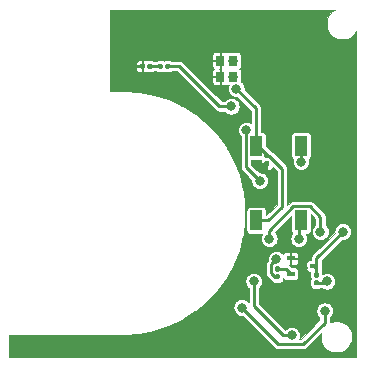
<source format=gbr>
G04 #@! TF.GenerationSoftware,KiCad,Pcbnew,(5.1.6)-1*
G04 #@! TF.CreationDate,2021-05-09T15:01:23+05:30*
G04 #@! TF.ProjectId,ProTag,50726f54-6167-42e6-9b69-6361645f7063,1*
G04 #@! TF.SameCoordinates,Original*
G04 #@! TF.FileFunction,Copper,L2,Bot*
G04 #@! TF.FilePolarity,Positive*
%FSLAX45Y45*%
G04 Gerber Fmt 4.5, Leading zero omitted, Abs format (unit mm)*
G04 Created by KiCad (PCBNEW (5.1.6)-1) date 2021-05-09 15:01:23*
%MOMM*%
%LPD*%
G01*
G04 APERTURE LIST*
G04 #@! TA.AperFunction,SMDPad,CuDef*
%ADD10R,0.700000X0.450000*%
G04 #@! TD*
G04 #@! TA.AperFunction,SMDPad,CuDef*
%ADD11R,1.000000X1.700000*%
G04 #@! TD*
G04 #@! TA.AperFunction,SMDPad,CuDef*
%ADD12R,0.750000X0.850000*%
G04 #@! TD*
G04 #@! TA.AperFunction,ViaPad*
%ADD13C,0.800000*%
G04 #@! TD*
G04 #@! TA.AperFunction,Conductor*
%ADD14C,0.250000*%
G04 #@! TD*
G04 #@! TA.AperFunction,Conductor*
%ADD15C,0.125000*%
G04 #@! TD*
G04 APERTURE END LIST*
G04 #@! TO.P,D2,1*
G04 #@! TO.N,GND*
G04 #@! TA.AperFunction,SMDPad,CuDef*
G36*
G01*
X17635000Y-11070000D02*
X17635000Y-11050000D01*
G75*
G02*
X17645000Y-11040000I10000J0D01*
G01*
X17671000Y-11040000D01*
G75*
G02*
X17681000Y-11050000I0J-10000D01*
G01*
X17681000Y-11070000D01*
G75*
G02*
X17671000Y-11080000I-10000J0D01*
G01*
X17645000Y-11080000D01*
G75*
G02*
X17635000Y-11070000I0J10000D01*
G01*
G37*
G04 #@! TD.AperFunction*
G04 #@! TO.P,D2,2*
G04 #@! TO.N,Net-(D2-Pad2)*
G04 #@! TA.AperFunction,SMDPad,CuDef*
G36*
G01*
X17699000Y-11070000D02*
X17699000Y-11050000D01*
G75*
G02*
X17709000Y-11040000I10000J0D01*
G01*
X17735000Y-11040000D01*
G75*
G02*
X17745000Y-11050000I0J-10000D01*
G01*
X17745000Y-11070000D01*
G75*
G02*
X17735000Y-11080000I-10000J0D01*
G01*
X17709000Y-11080000D01*
G75*
G02*
X17699000Y-11070000I0J10000D01*
G01*
G37*
G04 #@! TD.AperFunction*
G04 #@! TD*
D10*
G04 #@! TO.P,Q1,1*
G04 #@! TO.N,Net-(Q1-Pad1)*
X18912500Y-12817500D03*
G04 #@! TO.P,Q1,2*
G04 #@! TO.N,GND*
X18912500Y-12687500D03*
G04 #@! TO.P,Q1,3*
G04 #@! TO.N,ON_OFF*
X19112500Y-12752500D03*
G04 #@! TD*
G04 #@! TO.P,R2,1*
G04 #@! TO.N,BUTTON_1*
G04 #@! TA.AperFunction,SMDPad,CuDef*
G36*
G01*
X18700000Y-11795000D02*
X18720000Y-11795000D01*
G75*
G02*
X18730000Y-11805000I0J-10000D01*
G01*
X18730000Y-11831000D01*
G75*
G02*
X18720000Y-11841000I-10000J0D01*
G01*
X18700000Y-11841000D01*
G75*
G02*
X18690000Y-11831000I0J10000D01*
G01*
X18690000Y-11805000D01*
G75*
G02*
X18700000Y-11795000I10000J0D01*
G01*
G37*
G04 #@! TD.AperFunction*
G04 #@! TO.P,R2,2*
G04 #@! TO.N,GND*
G04 #@! TA.AperFunction,SMDPad,CuDef*
G36*
G01*
X18700000Y-11859000D02*
X18720000Y-11859000D01*
G75*
G02*
X18730000Y-11869000I0J-10000D01*
G01*
X18730000Y-11895000D01*
G75*
G02*
X18720000Y-11905000I-10000J0D01*
G01*
X18700000Y-11905000D01*
G75*
G02*
X18690000Y-11895000I0J10000D01*
G01*
X18690000Y-11869000D01*
G75*
G02*
X18700000Y-11859000I10000J0D01*
G01*
G37*
G04 #@! TD.AperFunction*
G04 #@! TD*
G04 #@! TO.P,R7,2*
G04 #@! TO.N,Net-(D2-Pad2)*
G04 #@! TA.AperFunction,SMDPad,CuDef*
G36*
G01*
X17831000Y-11050000D02*
X17831000Y-11070000D01*
G75*
G02*
X17821000Y-11080000I-10000J0D01*
G01*
X17795000Y-11080000D01*
G75*
G02*
X17785000Y-11070000I0J10000D01*
G01*
X17785000Y-11050000D01*
G75*
G02*
X17795000Y-11040000I10000J0D01*
G01*
X17821000Y-11040000D01*
G75*
G02*
X17831000Y-11050000I0J-10000D01*
G01*
G37*
G04 #@! TD.AperFunction*
G04 #@! TO.P,R7,1*
G04 #@! TO.N,LED_1*
G04 #@! TA.AperFunction,SMDPad,CuDef*
G36*
G01*
X17895000Y-11050000D02*
X17895000Y-11070000D01*
G75*
G02*
X17885000Y-11080000I-10000J0D01*
G01*
X17859000Y-11080000D01*
G75*
G02*
X17849000Y-11070000I0J10000D01*
G01*
X17849000Y-11050000D01*
G75*
G02*
X17859000Y-11040000I10000J0D01*
G01*
X17885000Y-11040000D01*
G75*
G02*
X17895000Y-11050000I0J-10000D01*
G01*
G37*
G04 #@! TD.AperFunction*
G04 #@! TD*
G04 #@! TO.P,R8,2*
G04 #@! TO.N,ON_OFF*
G04 #@! TA.AperFunction,SMDPad,CuDef*
G36*
G01*
X19140000Y-12851000D02*
X19120000Y-12851000D01*
G75*
G02*
X19110000Y-12841000I0J10000D01*
G01*
X19110000Y-12815000D01*
G75*
G02*
X19120000Y-12805000I10000J0D01*
G01*
X19140000Y-12805000D01*
G75*
G02*
X19150000Y-12815000I0J-10000D01*
G01*
X19150000Y-12841000D01*
G75*
G02*
X19140000Y-12851000I-10000J0D01*
G01*
G37*
G04 #@! TD.AperFunction*
G04 #@! TO.P,R8,1*
G04 #@! TO.N,VDD*
G04 #@! TA.AperFunction,SMDPad,CuDef*
G36*
G01*
X19140000Y-12915000D02*
X19120000Y-12915000D01*
G75*
G02*
X19110000Y-12905000I0J10000D01*
G01*
X19110000Y-12879000D01*
G75*
G02*
X19120000Y-12869000I10000J0D01*
G01*
X19140000Y-12869000D01*
G75*
G02*
X19150000Y-12879000I0J-10000D01*
G01*
X19150000Y-12905000D01*
G75*
G02*
X19140000Y-12915000I-10000J0D01*
G01*
G37*
G04 #@! TD.AperFunction*
G04 #@! TD*
G04 #@! TO.P,R9,1*
G04 #@! TO.N,NPN_CNTL*
G04 #@! TA.AperFunction,SMDPad,CuDef*
G36*
G01*
X18810000Y-12865000D02*
X18790000Y-12865000D01*
G75*
G02*
X18780000Y-12855000I0J10000D01*
G01*
X18780000Y-12829000D01*
G75*
G02*
X18790000Y-12819000I10000J0D01*
G01*
X18810000Y-12819000D01*
G75*
G02*
X18820000Y-12829000I0J-10000D01*
G01*
X18820000Y-12855000D01*
G75*
G02*
X18810000Y-12865000I-10000J0D01*
G01*
G37*
G04 #@! TD.AperFunction*
G04 #@! TO.P,R9,2*
G04 #@! TO.N,Net-(Q1-Pad1)*
G04 #@! TA.AperFunction,SMDPad,CuDef*
G36*
G01*
X18810000Y-12801000D02*
X18790000Y-12801000D01*
G75*
G02*
X18780000Y-12791000I0J10000D01*
G01*
X18780000Y-12765000D01*
G75*
G02*
X18790000Y-12755000I10000J0D01*
G01*
X18810000Y-12755000D01*
G75*
G02*
X18820000Y-12765000I0J-10000D01*
G01*
X18820000Y-12791000D01*
G75*
G02*
X18810000Y-12801000I-10000J0D01*
G01*
G37*
G04 #@! TD.AperFunction*
G04 #@! TD*
D11*
G04 #@! TO.P,SW1,1*
G04 #@! TO.N,+3V3*
X19000000Y-12365000D03*
X19000000Y-11735000D03*
G04 #@! TO.P,SW1,2*
G04 #@! TO.N,BUTTON_1*
X18620000Y-12365000D03*
X18620000Y-11735000D03*
G04 #@! TD*
D12*
G04 #@! TO.P,Y2,1*
G04 #@! TO.N,XTAL_P*
X18422500Y-11012500D03*
G04 #@! TO.P,Y2,2*
G04 #@! TO.N,XTAL_N*
X18422500Y-11147500D03*
G04 #@! TO.P,Y2,3*
G04 #@! TO.N,GND*
X18317500Y-11147500D03*
G04 #@! TO.P,Y2,4*
X18317500Y-11012500D03*
G04 #@! TD*
D13*
G04 #@! TO.N,VDD*
X19220000Y-12880000D03*
X19165000Y-12460000D03*
X18730000Y-12520000D03*
G04 #@! TO.N,GND*
X19150000Y-11065000D03*
X19247501Y-11470000D03*
X19370000Y-11070000D03*
X18793980Y-13136493D03*
X19268500Y-12671500D03*
X18320000Y-10659999D03*
X19180000Y-12030000D03*
X19330000Y-12900000D03*
X19017500Y-12770000D03*
X18850000Y-11350000D03*
X19028438Y-12860563D03*
X18681212Y-11928680D03*
X18750000Y-10740000D03*
X19050000Y-10692500D03*
X18649517Y-12640131D03*
X18417208Y-13160321D03*
X19140000Y-11830000D03*
G04 #@! TO.N,+3V3*
X19000000Y-11870000D03*
X18980000Y-12520000D03*
X18499466Y-13103456D03*
X19200000Y-13130000D03*
X19000000Y-12365000D03*
G04 #@! TO.N,ON_OFF*
X19355000Y-12460000D03*
G04 #@! TO.N,SCL*
X18920000Y-13340000D03*
X18600000Y-12880001D03*
G04 #@! TO.N,SDA*
X18536831Y-11600000D03*
X18650000Y-12030000D03*
G04 #@! TO.N,NPN_CNTL*
X18791820Y-12694526D03*
G04 #@! TO.N,LED_1*
X18410000Y-11400000D03*
G04 #@! TO.N,BUTTON_1*
X18452532Y-11250000D03*
G04 #@! TO.N,XTAL_N*
X18422500Y-11147500D03*
G04 #@! TO.N,XTAL_P*
X18422500Y-11012500D03*
G04 #@! TD*
D14*
G04 #@! TO.N,VDD*
X19130000Y-12892000D02*
X19208000Y-12892000D01*
X19208000Y-12892000D02*
X19220000Y-12880000D01*
X19165000Y-12460000D02*
X19165000Y-12336500D01*
X19165000Y-12336500D02*
X19076000Y-12247500D01*
X18730000Y-12453431D02*
X18730000Y-12520000D01*
X19076000Y-12247500D02*
X18935932Y-12247500D01*
X18935932Y-12247500D02*
X18730000Y-12453431D01*
G04 #@! TO.N,GND*
X18710000Y-11882000D02*
X18710000Y-11899892D01*
X18710000Y-11899892D02*
X18681212Y-11928680D01*
G04 #@! TO.N,+3V3*
X19000000Y-11735000D02*
X19000000Y-11870000D01*
X18499466Y-13103456D02*
X18550000Y-13153990D01*
X18808511Y-13412500D02*
X19017500Y-13412500D01*
X18550000Y-13153990D02*
X18808511Y-13412500D01*
X19017500Y-13412500D02*
X19200000Y-13230000D01*
X19200000Y-13230000D02*
X19200000Y-13130000D01*
X19000000Y-12365000D02*
X19000000Y-12380000D01*
X18980000Y-12400000D02*
X18980000Y-12520000D01*
X19000000Y-12380000D02*
X18980000Y-12400000D01*
G04 #@! TO.N,ON_OFF*
X19130000Y-12770000D02*
X19112500Y-12752500D01*
X19130000Y-12828000D02*
X19130000Y-12770000D01*
X19130000Y-12828000D02*
X19130000Y-12685000D01*
X19130000Y-12685000D02*
X19355000Y-12460000D01*
G04 #@! TO.N,Net-(D2-Pad2)*
X17808000Y-11060000D02*
X17722000Y-11060000D01*
G04 #@! TO.N,SCL*
X18920000Y-13340000D02*
X18846003Y-13340000D01*
X18600000Y-13093997D02*
X18600000Y-12880001D01*
X18846003Y-13340000D02*
X18600000Y-13093997D01*
G04 #@! TO.N,SDA*
X18536831Y-11916831D02*
X18650000Y-12030000D01*
X18536831Y-11600000D02*
X18536831Y-11916831D01*
G04 #@! TO.N,NPN_CNTL*
X18747499Y-12738847D02*
X18791820Y-12694526D01*
X18780000Y-12842000D02*
X18747499Y-12809499D01*
X18747499Y-12809499D02*
X18747499Y-12738847D01*
X18800000Y-12842000D02*
X18780000Y-12842000D01*
G04 #@! TO.N,LED_1*
X17970000Y-11060000D02*
X17872000Y-11060000D01*
X18410000Y-11400000D02*
X18310000Y-11400000D01*
X18310000Y-11400000D02*
X17970000Y-11060000D01*
G04 #@! TO.N,BUTTON_1*
X18620000Y-11735000D02*
X18620000Y-11417468D01*
X18620000Y-11417468D02*
X18452532Y-11250000D01*
X18710000Y-11818000D02*
X18710000Y-11810000D01*
X18635000Y-11735000D02*
X18620000Y-11735000D01*
X18710000Y-11810000D02*
X18635000Y-11735000D01*
X18725000Y-12365000D02*
X18620000Y-12365000D01*
X18840000Y-12250000D02*
X18725000Y-12365000D01*
X18840000Y-11928894D02*
X18840000Y-12250000D01*
X18710000Y-11818000D02*
X18729106Y-11818000D01*
X18729106Y-11818000D02*
X18840000Y-11928894D01*
G04 #@! TO.N,Net-(Q1-Pad1)*
X18873000Y-12778000D02*
X18800000Y-12778000D01*
X18912500Y-12817500D02*
X18873000Y-12778000D01*
G04 #@! TD*
D15*
G04 #@! TO.N,GND*
G36*
X19286951Y-10582043D02*
G01*
X19265150Y-10596610D01*
X19246610Y-10615150D01*
X19232043Y-10636951D01*
X19222009Y-10661175D01*
X19216894Y-10686890D01*
X19216894Y-10713110D01*
X19222009Y-10738826D01*
X19232043Y-10763049D01*
X19246610Y-10784850D01*
X19265150Y-10803390D01*
X19286951Y-10817957D01*
X19311174Y-10827991D01*
X19336890Y-10833106D01*
X19363110Y-10833106D01*
X19388826Y-10827991D01*
X19413049Y-10817957D01*
X19434850Y-10803390D01*
X19453390Y-10784850D01*
X19467957Y-10763049D01*
X19468250Y-10762342D01*
X19468250Y-13518250D01*
X16531750Y-13518250D01*
X16531750Y-13331750D01*
X17501560Y-13331750D01*
X17502555Y-13331652D01*
X17627327Y-13323802D01*
X17631283Y-13323302D01*
X17754639Y-13299771D01*
X17758501Y-13298779D01*
X17877936Y-13259972D01*
X17881643Y-13258505D01*
X17995272Y-13205035D01*
X17997527Y-13203795D01*
X17998766Y-13203114D01*
X18104798Y-13135824D01*
X18108023Y-13133481D01*
X18152800Y-13096438D01*
X18428216Y-13096438D01*
X18428216Y-13110473D01*
X18430954Y-13124239D01*
X18436325Y-13137205D01*
X18444123Y-13148875D01*
X18454047Y-13158799D01*
X18465717Y-13166597D01*
X18478684Y-13171968D01*
X18492449Y-13174706D01*
X18506484Y-13174706D01*
X18508453Y-13174314D01*
X18520583Y-13186445D01*
X18520584Y-13186445D01*
X18776056Y-13441917D01*
X18777425Y-13443586D01*
X18779093Y-13444955D01*
X18779094Y-13444955D01*
X18784087Y-13449053D01*
X18791687Y-13453115D01*
X18799934Y-13455617D01*
X18806362Y-13456250D01*
X18806363Y-13456250D01*
X18808511Y-13456462D01*
X18810658Y-13456250D01*
X19015353Y-13456250D01*
X19017500Y-13456462D01*
X19019647Y-13456250D01*
X19019648Y-13456250D01*
X19026076Y-13455617D01*
X19034323Y-13453115D01*
X19041924Y-13449053D01*
X19048585Y-13443586D01*
X19049955Y-13441916D01*
X19169852Y-13322020D01*
X19166894Y-13336890D01*
X19166894Y-13363110D01*
X19172009Y-13388826D01*
X19182043Y-13413049D01*
X19196610Y-13434850D01*
X19215150Y-13453390D01*
X19236951Y-13467957D01*
X19261174Y-13477991D01*
X19286890Y-13483106D01*
X19313110Y-13483106D01*
X19338826Y-13477991D01*
X19363049Y-13467957D01*
X19384850Y-13453390D01*
X19403390Y-13434850D01*
X19417957Y-13413049D01*
X19427991Y-13388826D01*
X19433106Y-13363110D01*
X19433106Y-13336890D01*
X19427991Y-13311174D01*
X19417957Y-13286951D01*
X19403390Y-13265150D01*
X19384850Y-13246610D01*
X19363049Y-13232043D01*
X19338826Y-13222009D01*
X19313110Y-13216894D01*
X19286890Y-13216894D01*
X19261174Y-13222009D01*
X19243880Y-13229173D01*
X19243750Y-13227853D01*
X19243750Y-13186459D01*
X19245419Y-13185343D01*
X19255344Y-13175419D01*
X19263141Y-13163749D01*
X19268512Y-13150783D01*
X19271250Y-13137017D01*
X19271250Y-13122982D01*
X19268512Y-13109217D01*
X19263141Y-13096250D01*
X19255344Y-13084581D01*
X19245419Y-13074656D01*
X19233750Y-13066859D01*
X19220783Y-13061488D01*
X19207018Y-13058750D01*
X19192983Y-13058750D01*
X19179217Y-13061488D01*
X19166251Y-13066859D01*
X19154581Y-13074656D01*
X19144657Y-13084581D01*
X19136859Y-13096250D01*
X19131488Y-13109217D01*
X19128750Y-13122982D01*
X19128750Y-13137017D01*
X19131488Y-13150783D01*
X19136859Y-13163749D01*
X19144657Y-13175419D01*
X19154581Y-13185343D01*
X19156250Y-13186459D01*
X19156250Y-13211878D01*
X18999378Y-13368750D01*
X18985212Y-13368750D01*
X18988512Y-13360783D01*
X18991250Y-13347017D01*
X18991250Y-13332982D01*
X18988512Y-13319217D01*
X18983141Y-13306250D01*
X18975344Y-13294581D01*
X18965419Y-13284656D01*
X18953750Y-13276859D01*
X18940783Y-13271488D01*
X18927018Y-13268750D01*
X18912983Y-13268750D01*
X18899217Y-13271488D01*
X18886251Y-13276859D01*
X18874581Y-13284656D01*
X18864657Y-13294581D01*
X18863775Y-13295900D01*
X18643750Y-13075876D01*
X18643750Y-12936459D01*
X18645419Y-12935344D01*
X18655344Y-12925420D01*
X18663141Y-12913750D01*
X18668512Y-12900783D01*
X18671250Y-12887018D01*
X18671250Y-12872983D01*
X18668512Y-12859218D01*
X18663141Y-12846251D01*
X18655344Y-12834581D01*
X18645419Y-12824657D01*
X18633750Y-12816860D01*
X18620783Y-12811489D01*
X18607018Y-12808751D01*
X18592983Y-12808751D01*
X18579217Y-12811489D01*
X18566251Y-12816860D01*
X18554581Y-12824657D01*
X18544657Y-12834581D01*
X18536859Y-12846251D01*
X18531488Y-12859218D01*
X18528750Y-12872983D01*
X18528750Y-12887018D01*
X18531488Y-12900783D01*
X18536859Y-12913750D01*
X18544657Y-12925420D01*
X18554581Y-12935344D01*
X18556250Y-12936459D01*
X18556250Y-13060192D01*
X18554810Y-13058037D01*
X18544886Y-13048112D01*
X18533216Y-13040315D01*
X18520249Y-13034944D01*
X18506484Y-13032206D01*
X18492449Y-13032206D01*
X18478684Y-13034944D01*
X18465717Y-13040315D01*
X18454047Y-13048112D01*
X18444123Y-13058037D01*
X18436325Y-13069706D01*
X18430954Y-13082673D01*
X18428216Y-13096438D01*
X18152800Y-13096438D01*
X18204785Y-13053432D01*
X18205774Y-13052504D01*
X18207692Y-13050703D01*
X18293658Y-12959158D01*
X18294809Y-12957767D01*
X18296200Y-12956086D01*
X18370014Y-12854489D01*
X18372151Y-12851122D01*
X18432650Y-12741075D01*
X18433698Y-12738847D01*
X18703538Y-12738847D01*
X18703749Y-12740996D01*
X18703749Y-12807351D01*
X18703538Y-12809499D01*
X18703749Y-12811646D01*
X18703749Y-12811647D01*
X18704382Y-12818075D01*
X18706884Y-12826322D01*
X18710946Y-12833923D01*
X18716414Y-12840584D01*
X18718083Y-12841954D01*
X18747545Y-12871417D01*
X18748915Y-12873085D01*
X18750583Y-12874454D01*
X18750583Y-12874455D01*
X18754904Y-12878001D01*
X18755576Y-12878553D01*
X18756382Y-12878984D01*
X18760725Y-12884275D01*
X18766999Y-12889424D01*
X18774156Y-12893250D01*
X18781923Y-12895606D01*
X18790000Y-12896401D01*
X18810000Y-12896401D01*
X18818077Y-12895606D01*
X18825844Y-12893250D01*
X18833001Y-12889424D01*
X18839275Y-12884275D01*
X18844424Y-12878001D01*
X18848250Y-12870844D01*
X18850606Y-12863077D01*
X18851196Y-12857081D01*
X18851391Y-12857445D01*
X18855296Y-12862204D01*
X18860055Y-12866109D01*
X18865483Y-12869011D01*
X18871374Y-12870798D01*
X18877500Y-12871401D01*
X18947500Y-12871401D01*
X18953626Y-12870798D01*
X18959517Y-12869011D01*
X18964946Y-12866109D01*
X18969704Y-12862204D01*
X18973609Y-12857445D01*
X18976511Y-12852017D01*
X18978298Y-12846126D01*
X18978901Y-12840000D01*
X18978901Y-12795000D01*
X18978298Y-12788874D01*
X18976511Y-12782983D01*
X18973609Y-12777554D01*
X18969704Y-12772796D01*
X18964946Y-12768891D01*
X18959517Y-12765989D01*
X18953626Y-12764202D01*
X18947500Y-12763599D01*
X18920471Y-12763599D01*
X18905456Y-12748584D01*
X18904086Y-12746914D01*
X18897424Y-12741447D01*
X18897073Y-12741260D01*
X18898438Y-12741250D01*
X18906250Y-12733437D01*
X18906250Y-12693750D01*
X18918750Y-12693750D01*
X18918750Y-12733437D01*
X18926563Y-12741250D01*
X18947500Y-12741401D01*
X18953626Y-12740798D01*
X18959517Y-12739011D01*
X18964946Y-12736109D01*
X18969704Y-12732204D01*
X18971513Y-12730000D01*
X19046099Y-12730000D01*
X19046099Y-12775000D01*
X19046702Y-12781126D01*
X19048489Y-12787017D01*
X19051391Y-12792445D01*
X19055296Y-12797204D01*
X19060055Y-12801109D01*
X19065483Y-12804011D01*
X19071374Y-12805798D01*
X19077500Y-12806401D01*
X19079553Y-12806401D01*
X19079394Y-12806923D01*
X19078599Y-12815000D01*
X19078599Y-12841000D01*
X19079394Y-12849077D01*
X19081750Y-12856844D01*
X19083437Y-12860000D01*
X19081750Y-12863156D01*
X19079394Y-12870923D01*
X19078599Y-12879000D01*
X19078599Y-12905000D01*
X19079394Y-12913077D01*
X19081750Y-12920844D01*
X19085576Y-12928001D01*
X19090725Y-12934275D01*
X19096999Y-12939424D01*
X19104156Y-12943250D01*
X19111923Y-12945606D01*
X19120000Y-12946401D01*
X19140000Y-12946401D01*
X19148077Y-12945606D01*
X19155844Y-12943250D01*
X19163001Y-12939424D01*
X19167478Y-12935750D01*
X19175189Y-12935750D01*
X19186251Y-12943141D01*
X19199217Y-12948512D01*
X19212983Y-12951250D01*
X19227018Y-12951250D01*
X19240783Y-12948512D01*
X19253750Y-12943141D01*
X19265419Y-12935343D01*
X19275344Y-12925419D01*
X19283141Y-12913749D01*
X19288512Y-12900783D01*
X19291250Y-12887017D01*
X19291250Y-12872982D01*
X19288512Y-12859217D01*
X19283141Y-12846250D01*
X19275344Y-12834581D01*
X19265419Y-12824656D01*
X19253750Y-12816859D01*
X19240783Y-12811488D01*
X19227018Y-12808750D01*
X19212983Y-12808750D01*
X19199217Y-12811488D01*
X19186251Y-12816859D01*
X19181401Y-12820099D01*
X19181401Y-12815000D01*
X19180606Y-12806923D01*
X19178250Y-12799156D01*
X19174424Y-12791999D01*
X19174075Y-12791574D01*
X19176511Y-12787017D01*
X19178298Y-12781126D01*
X19178901Y-12775000D01*
X19178901Y-12730000D01*
X19178298Y-12723874D01*
X19176511Y-12717983D01*
X19173750Y-12712818D01*
X19173750Y-12703122D01*
X19346014Y-12530858D01*
X19347983Y-12531250D01*
X19362018Y-12531250D01*
X19375783Y-12528512D01*
X19388750Y-12523141D01*
X19400419Y-12515343D01*
X19410344Y-12505419D01*
X19418141Y-12493749D01*
X19423512Y-12480783D01*
X19426250Y-12467017D01*
X19426250Y-12452982D01*
X19423512Y-12439217D01*
X19418141Y-12426250D01*
X19410344Y-12414581D01*
X19400419Y-12404656D01*
X19388750Y-12396859D01*
X19375783Y-12391488D01*
X19362018Y-12388750D01*
X19347983Y-12388750D01*
X19334217Y-12391488D01*
X19321251Y-12396859D01*
X19309581Y-12404656D01*
X19299657Y-12414581D01*
X19291859Y-12426250D01*
X19286488Y-12439217D01*
X19283750Y-12452982D01*
X19283750Y-12467017D01*
X19284142Y-12468986D01*
X19100583Y-12652545D01*
X19098915Y-12653914D01*
X19097545Y-12655583D01*
X19097545Y-12655583D01*
X19093447Y-12660576D01*
X19089385Y-12668177D01*
X19086883Y-12676424D01*
X19086039Y-12685000D01*
X19086250Y-12687148D01*
X19086250Y-12698599D01*
X19077500Y-12698599D01*
X19071374Y-12699202D01*
X19065483Y-12700989D01*
X19060055Y-12703891D01*
X19055296Y-12707796D01*
X19051391Y-12712554D01*
X19048489Y-12717983D01*
X19046702Y-12723874D01*
X19046099Y-12730000D01*
X18971513Y-12730000D01*
X18973609Y-12727445D01*
X18976511Y-12722017D01*
X18978298Y-12716126D01*
X18978901Y-12710000D01*
X18978750Y-12701562D01*
X18970938Y-12693750D01*
X18918750Y-12693750D01*
X18906250Y-12693750D01*
X18904250Y-12693750D01*
X18904250Y-12681250D01*
X18906250Y-12681250D01*
X18906250Y-12641562D01*
X18918750Y-12641562D01*
X18918750Y-12681250D01*
X18970938Y-12681250D01*
X18978750Y-12673437D01*
X18978901Y-12665000D01*
X18978298Y-12658874D01*
X18976511Y-12652983D01*
X18973609Y-12647554D01*
X18969704Y-12642796D01*
X18964946Y-12638891D01*
X18959517Y-12635989D01*
X18953626Y-12634202D01*
X18947500Y-12633599D01*
X18926563Y-12633750D01*
X18918750Y-12641562D01*
X18906250Y-12641562D01*
X18898438Y-12633750D01*
X18877500Y-12633599D01*
X18871374Y-12634202D01*
X18865483Y-12635989D01*
X18860055Y-12638891D01*
X18855296Y-12642796D01*
X18851391Y-12647554D01*
X18849051Y-12651932D01*
X18847163Y-12649107D01*
X18837239Y-12639183D01*
X18825569Y-12631385D01*
X18812603Y-12626014D01*
X18798837Y-12623276D01*
X18784802Y-12623276D01*
X18771037Y-12626014D01*
X18758070Y-12631385D01*
X18746401Y-12639183D01*
X18736476Y-12649107D01*
X18728679Y-12660777D01*
X18723308Y-12673744D01*
X18720570Y-12687509D01*
X18720570Y-12701544D01*
X18720962Y-12703513D01*
X18718082Y-12706392D01*
X18716414Y-12707762D01*
X18715044Y-12709430D01*
X18715044Y-12709430D01*
X18710946Y-12714423D01*
X18706884Y-12722024D01*
X18705666Y-12726038D01*
X18704464Y-12730000D01*
X18704382Y-12730271D01*
X18703538Y-12738847D01*
X18433698Y-12738847D01*
X18434347Y-12737467D01*
X18434348Y-12737467D01*
X18480577Y-12620705D01*
X18481809Y-12616913D01*
X18513040Y-12495277D01*
X18513787Y-12491361D01*
X18529526Y-12366770D01*
X18529777Y-12362791D01*
X18529777Y-12237210D01*
X18529526Y-12233230D01*
X18513787Y-12108639D01*
X18513040Y-12104723D01*
X18513040Y-12104723D01*
X18481809Y-11983087D01*
X18480577Y-11979295D01*
X18480577Y-11979295D01*
X18434347Y-11862533D01*
X18434347Y-11862533D01*
X18432650Y-11858925D01*
X18372151Y-11748878D01*
X18370014Y-11745511D01*
X18296200Y-11643914D01*
X18294809Y-11642233D01*
X18293658Y-11640842D01*
X18207692Y-11549297D01*
X18205774Y-11547496D01*
X18204785Y-11546568D01*
X18108023Y-11466519D01*
X18104798Y-11464176D01*
X17998766Y-11396886D01*
X17997527Y-11396205D01*
X17995272Y-11394965D01*
X17881643Y-11341495D01*
X17877936Y-11340028D01*
X17758501Y-11301221D01*
X17754639Y-11300229D01*
X17631283Y-11276698D01*
X17627327Y-11276198D01*
X17502557Y-11268348D01*
X17501560Y-11268250D01*
X17386250Y-11268250D01*
X17386250Y-11080000D01*
X17603599Y-11080000D01*
X17604202Y-11086126D01*
X17605989Y-11092017D01*
X17608891Y-11097446D01*
X17612796Y-11102204D01*
X17617554Y-11106109D01*
X17622983Y-11109011D01*
X17628874Y-11110798D01*
X17635000Y-11111401D01*
X17643938Y-11111250D01*
X17651750Y-11103438D01*
X17651750Y-11066250D01*
X17611563Y-11066250D01*
X17603750Y-11074063D01*
X17603599Y-11080000D01*
X17386250Y-11080000D01*
X17386250Y-11040000D01*
X17603599Y-11040000D01*
X17603750Y-11045938D01*
X17611563Y-11053750D01*
X17651750Y-11053750D01*
X17651750Y-11016563D01*
X17664250Y-11016563D01*
X17664250Y-11053750D01*
X17666250Y-11053750D01*
X17666250Y-11066250D01*
X17664250Y-11066250D01*
X17664250Y-11103438D01*
X17672063Y-11111250D01*
X17681000Y-11111401D01*
X17687126Y-11110798D01*
X17693017Y-11109011D01*
X17693976Y-11108498D01*
X17700923Y-11110606D01*
X17709000Y-11111401D01*
X17735000Y-11111401D01*
X17743077Y-11110606D01*
X17750844Y-11108250D01*
X17758001Y-11104424D01*
X17758822Y-11103750D01*
X17771178Y-11103750D01*
X17771999Y-11104424D01*
X17779156Y-11108250D01*
X17786923Y-11110606D01*
X17795000Y-11111401D01*
X17821000Y-11111401D01*
X17829077Y-11110606D01*
X17836844Y-11108250D01*
X17840000Y-11106563D01*
X17843156Y-11108250D01*
X17850923Y-11110606D01*
X17859000Y-11111401D01*
X17885000Y-11111401D01*
X17893077Y-11110606D01*
X17900844Y-11108250D01*
X17908001Y-11104424D01*
X17908822Y-11103750D01*
X17951878Y-11103750D01*
X18277545Y-11429417D01*
X18278915Y-11431085D01*
X18285576Y-11436553D01*
X18293177Y-11440615D01*
X18301424Y-11443117D01*
X18307852Y-11443750D01*
X18307853Y-11443750D01*
X18310000Y-11443961D01*
X18312147Y-11443750D01*
X18353541Y-11443750D01*
X18354657Y-11445419D01*
X18364581Y-11455343D01*
X18376251Y-11463141D01*
X18389217Y-11468512D01*
X18402983Y-11471250D01*
X18417018Y-11471250D01*
X18430783Y-11468512D01*
X18443750Y-11463141D01*
X18455419Y-11455343D01*
X18465344Y-11445419D01*
X18473141Y-11433749D01*
X18478512Y-11420783D01*
X18481250Y-11407017D01*
X18481250Y-11392982D01*
X18478512Y-11379217D01*
X18473141Y-11366250D01*
X18465344Y-11354581D01*
X18455419Y-11344656D01*
X18443750Y-11336859D01*
X18430783Y-11331488D01*
X18417018Y-11328750D01*
X18402983Y-11328750D01*
X18389217Y-11331488D01*
X18376251Y-11336859D01*
X18364581Y-11344656D01*
X18354657Y-11354581D01*
X18353541Y-11356250D01*
X18328122Y-11356250D01*
X18161872Y-11190000D01*
X18248599Y-11190000D01*
X18249202Y-11196126D01*
X18250989Y-11202017D01*
X18253891Y-11207446D01*
X18257796Y-11212204D01*
X18262554Y-11216109D01*
X18267983Y-11219011D01*
X18273874Y-11220798D01*
X18280000Y-11221401D01*
X18303438Y-11221250D01*
X18311250Y-11213437D01*
X18311250Y-11153750D01*
X18256563Y-11153750D01*
X18248750Y-11161563D01*
X18248599Y-11190000D01*
X18161872Y-11190000D01*
X18026872Y-11055000D01*
X18248599Y-11055000D01*
X18249202Y-11061126D01*
X18250989Y-11067017D01*
X18253891Y-11072446D01*
X18257796Y-11077204D01*
X18261203Y-11080000D01*
X18257796Y-11082796D01*
X18253891Y-11087554D01*
X18250989Y-11092983D01*
X18249202Y-11098874D01*
X18248599Y-11105000D01*
X18248750Y-11133438D01*
X18256563Y-11141250D01*
X18311250Y-11141250D01*
X18311250Y-11081563D01*
X18309688Y-11080000D01*
X18311250Y-11078438D01*
X18311250Y-11018750D01*
X18256563Y-11018750D01*
X18248750Y-11026563D01*
X18248599Y-11055000D01*
X18026872Y-11055000D01*
X18002455Y-11030584D01*
X18001086Y-11028915D01*
X17994424Y-11023447D01*
X17986823Y-11019385D01*
X17978577Y-11016883D01*
X17972148Y-11016250D01*
X17972147Y-11016250D01*
X17970000Y-11016039D01*
X17967853Y-11016250D01*
X17908822Y-11016250D01*
X17908001Y-11015576D01*
X17900844Y-11011750D01*
X17893077Y-11009394D01*
X17885000Y-11008599D01*
X17859000Y-11008599D01*
X17850923Y-11009394D01*
X17843156Y-11011750D01*
X17840000Y-11013437D01*
X17836844Y-11011750D01*
X17829077Y-11009394D01*
X17821000Y-11008599D01*
X17795000Y-11008599D01*
X17786923Y-11009394D01*
X17779156Y-11011750D01*
X17771999Y-11015576D01*
X17771178Y-11016250D01*
X17758822Y-11016250D01*
X17758001Y-11015576D01*
X17750844Y-11011750D01*
X17743077Y-11009394D01*
X17735000Y-11008599D01*
X17709000Y-11008599D01*
X17700923Y-11009394D01*
X17693976Y-11011502D01*
X17693017Y-11010989D01*
X17687126Y-11009202D01*
X17681000Y-11008599D01*
X17672063Y-11008750D01*
X17664250Y-11016563D01*
X17651750Y-11016563D01*
X17643938Y-11008750D01*
X17635000Y-11008599D01*
X17628874Y-11009202D01*
X17622983Y-11010989D01*
X17617554Y-11013891D01*
X17612796Y-11017796D01*
X17608891Y-11022554D01*
X17605989Y-11027983D01*
X17604202Y-11033874D01*
X17603599Y-11040000D01*
X17386250Y-11040000D01*
X17386250Y-10970000D01*
X18248599Y-10970000D01*
X18248750Y-10998438D01*
X18256563Y-11006250D01*
X18311250Y-11006250D01*
X18311250Y-10946563D01*
X18323750Y-10946563D01*
X18323750Y-11006250D01*
X18325750Y-11006250D01*
X18325750Y-11018750D01*
X18323750Y-11018750D01*
X18323750Y-11078438D01*
X18325313Y-11080000D01*
X18323750Y-11081563D01*
X18323750Y-11141250D01*
X18325750Y-11141250D01*
X18325750Y-11153750D01*
X18323750Y-11153750D01*
X18323750Y-11213437D01*
X18331563Y-11221250D01*
X18355000Y-11221401D01*
X18361126Y-11220798D01*
X18367017Y-11219011D01*
X18370000Y-11217416D01*
X18372983Y-11219011D01*
X18378874Y-11220798D01*
X18385000Y-11221401D01*
X18387258Y-11221401D01*
X18384020Y-11229217D01*
X18381282Y-11242982D01*
X18381282Y-11257017D01*
X18384020Y-11270783D01*
X18389391Y-11283749D01*
X18397188Y-11295419D01*
X18407113Y-11305343D01*
X18418782Y-11313141D01*
X18431749Y-11318512D01*
X18445514Y-11321250D01*
X18459549Y-11321250D01*
X18461519Y-11320858D01*
X18576250Y-11435590D01*
X18576250Y-11540647D01*
X18570581Y-11536859D01*
X18557614Y-11531488D01*
X18543849Y-11528750D01*
X18529814Y-11528750D01*
X18516049Y-11531488D01*
X18503082Y-11536859D01*
X18491412Y-11544657D01*
X18481488Y-11554581D01*
X18473691Y-11566251D01*
X18468320Y-11579217D01*
X18465581Y-11592983D01*
X18465581Y-11607018D01*
X18468320Y-11620783D01*
X18473691Y-11633750D01*
X18481488Y-11645419D01*
X18491412Y-11655344D01*
X18493081Y-11656459D01*
X18493082Y-11914683D01*
X18492870Y-11916831D01*
X18493082Y-11918980D01*
X18493715Y-11925408D01*
X18494474Y-11927909D01*
X18496216Y-11933655D01*
X18500279Y-11941255D01*
X18503941Y-11945717D01*
X18505746Y-11947917D01*
X18507415Y-11949286D01*
X18579142Y-12021013D01*
X18578750Y-12022982D01*
X18578750Y-12037017D01*
X18581488Y-12050783D01*
X18586859Y-12063749D01*
X18594657Y-12075419D01*
X18604581Y-12085343D01*
X18616251Y-12093141D01*
X18629217Y-12098512D01*
X18642983Y-12101250D01*
X18657018Y-12101250D01*
X18670783Y-12098512D01*
X18683750Y-12093141D01*
X18695419Y-12085343D01*
X18705344Y-12075419D01*
X18713141Y-12063749D01*
X18718512Y-12050783D01*
X18721250Y-12037017D01*
X18721250Y-12022982D01*
X18718512Y-12009217D01*
X18713141Y-11996250D01*
X18705344Y-11984581D01*
X18695419Y-11974656D01*
X18683750Y-11966859D01*
X18670783Y-11961488D01*
X18657018Y-11958750D01*
X18642983Y-11958750D01*
X18641013Y-11959142D01*
X18586872Y-11905000D01*
X18658599Y-11905000D01*
X18659202Y-11911126D01*
X18660989Y-11917017D01*
X18663891Y-11922446D01*
X18667796Y-11927204D01*
X18672554Y-11931109D01*
X18677983Y-11934011D01*
X18683874Y-11935798D01*
X18690000Y-11936401D01*
X18695938Y-11936250D01*
X18703750Y-11928437D01*
X18703750Y-11888250D01*
X18666563Y-11888250D01*
X18658750Y-11896062D01*
X18658599Y-11905000D01*
X18586872Y-11905000D01*
X18580581Y-11898710D01*
X18580581Y-11851401D01*
X18659649Y-11851401D01*
X18659202Y-11852874D01*
X18658599Y-11859000D01*
X18658750Y-11867937D01*
X18666563Y-11875750D01*
X18703750Y-11875750D01*
X18703750Y-11873750D01*
X18716250Y-11873750D01*
X18716250Y-11875750D01*
X18718250Y-11875750D01*
X18718250Y-11888250D01*
X18716250Y-11888250D01*
X18716250Y-11928437D01*
X18724063Y-11936250D01*
X18730000Y-11936401D01*
X18736126Y-11935798D01*
X18742017Y-11934011D01*
X18747446Y-11931109D01*
X18752204Y-11927204D01*
X18756109Y-11922446D01*
X18759011Y-11917017D01*
X18760696Y-11911462D01*
X18796250Y-11947016D01*
X18796250Y-12231878D01*
X18706878Y-12321250D01*
X18701401Y-12321250D01*
X18701401Y-12280000D01*
X18700798Y-12273874D01*
X18699011Y-12267983D01*
X18696109Y-12262554D01*
X18692204Y-12257796D01*
X18687446Y-12253891D01*
X18682017Y-12250989D01*
X18676126Y-12249202D01*
X18670000Y-12248599D01*
X18570000Y-12248599D01*
X18563874Y-12249202D01*
X18557983Y-12250989D01*
X18552554Y-12253891D01*
X18547796Y-12257796D01*
X18543891Y-12262554D01*
X18540989Y-12267983D01*
X18539202Y-12273874D01*
X18538599Y-12280000D01*
X18538599Y-12450000D01*
X18539202Y-12456126D01*
X18540989Y-12462017D01*
X18543891Y-12467446D01*
X18547796Y-12472204D01*
X18552554Y-12476109D01*
X18557983Y-12479011D01*
X18563874Y-12480798D01*
X18570000Y-12481401D01*
X18670000Y-12481401D01*
X18670106Y-12481391D01*
X18666859Y-12486250D01*
X18661488Y-12499217D01*
X18658750Y-12512982D01*
X18658750Y-12527017D01*
X18661488Y-12540783D01*
X18666859Y-12553749D01*
X18674657Y-12565419D01*
X18684581Y-12575343D01*
X18696251Y-12583141D01*
X18709217Y-12588512D01*
X18722983Y-12591250D01*
X18737018Y-12591250D01*
X18750783Y-12588512D01*
X18763750Y-12583141D01*
X18775419Y-12575343D01*
X18785344Y-12565419D01*
X18793141Y-12553749D01*
X18798512Y-12540783D01*
X18801250Y-12527017D01*
X18801250Y-12512982D01*
X18798512Y-12499217D01*
X18793141Y-12486250D01*
X18785344Y-12474581D01*
X18778033Y-12467270D01*
X18918599Y-12326704D01*
X18918599Y-12450000D01*
X18919202Y-12456126D01*
X18920989Y-12462017D01*
X18923891Y-12467446D01*
X18927452Y-12471785D01*
X18924657Y-12474581D01*
X18916859Y-12486250D01*
X18911488Y-12499217D01*
X18908750Y-12512982D01*
X18908750Y-12527017D01*
X18911488Y-12540783D01*
X18916859Y-12553749D01*
X18924657Y-12565419D01*
X18934581Y-12575343D01*
X18946251Y-12583141D01*
X18959217Y-12588512D01*
X18972983Y-12591250D01*
X18987018Y-12591250D01*
X19000783Y-12588512D01*
X19013750Y-12583141D01*
X19025419Y-12575343D01*
X19035344Y-12565419D01*
X19043141Y-12553749D01*
X19048512Y-12540783D01*
X19051250Y-12527017D01*
X19051250Y-12512982D01*
X19048512Y-12499217D01*
X19043141Y-12486250D01*
X19039901Y-12481401D01*
X19050000Y-12481401D01*
X19056126Y-12480798D01*
X19062017Y-12479011D01*
X19067446Y-12476109D01*
X19072204Y-12472204D01*
X19076109Y-12467446D01*
X19079011Y-12462017D01*
X19080798Y-12456126D01*
X19081401Y-12450000D01*
X19081401Y-12314773D01*
X19121250Y-12354622D01*
X19121250Y-12403541D01*
X19119581Y-12404656D01*
X19109657Y-12414581D01*
X19101859Y-12426250D01*
X19096488Y-12439217D01*
X19093750Y-12452982D01*
X19093750Y-12467017D01*
X19096488Y-12480783D01*
X19101859Y-12493749D01*
X19109657Y-12505419D01*
X19119581Y-12515343D01*
X19131251Y-12523141D01*
X19144217Y-12528512D01*
X19157983Y-12531250D01*
X19172018Y-12531250D01*
X19185783Y-12528512D01*
X19198750Y-12523141D01*
X19210419Y-12515343D01*
X19220344Y-12505419D01*
X19228141Y-12493749D01*
X19233512Y-12480783D01*
X19236250Y-12467017D01*
X19236250Y-12452982D01*
X19233512Y-12439217D01*
X19228141Y-12426250D01*
X19220344Y-12414581D01*
X19210419Y-12404656D01*
X19208750Y-12403541D01*
X19208750Y-12338647D01*
X19208962Y-12336500D01*
X19208750Y-12334352D01*
X19208750Y-12334351D01*
X19208117Y-12327923D01*
X19205615Y-12319676D01*
X19201553Y-12312076D01*
X19196086Y-12305414D01*
X19194417Y-12304045D01*
X19108456Y-12218084D01*
X19107086Y-12216414D01*
X19100424Y-12210947D01*
X19092824Y-12206885D01*
X19084577Y-12204383D01*
X19078149Y-12203750D01*
X19078148Y-12203750D01*
X19076000Y-12203538D01*
X19073853Y-12203750D01*
X18938079Y-12203750D01*
X18935932Y-12203538D01*
X18933784Y-12203750D01*
X18933783Y-12203750D01*
X18927355Y-12204383D01*
X18919108Y-12206885D01*
X18911508Y-12210947D01*
X18904846Y-12216414D01*
X18903477Y-12218083D01*
X18883750Y-12237810D01*
X18883750Y-11931042D01*
X18883962Y-11928894D01*
X18883750Y-11926746D01*
X18883750Y-11926746D01*
X18883117Y-11920318D01*
X18880615Y-11912071D01*
X18876553Y-11904470D01*
X18871086Y-11897809D01*
X18869417Y-11896439D01*
X18761561Y-11788584D01*
X18760191Y-11786914D01*
X18754598Y-11782324D01*
X18754424Y-11781999D01*
X18749275Y-11775725D01*
X18743001Y-11770576D01*
X18735844Y-11766750D01*
X18728077Y-11764394D01*
X18726068Y-11764196D01*
X18701401Y-11739529D01*
X18701401Y-11650000D01*
X18918599Y-11650000D01*
X18918599Y-11820000D01*
X18919202Y-11826126D01*
X18920989Y-11832017D01*
X18923891Y-11837446D01*
X18927796Y-11842204D01*
X18932554Y-11846109D01*
X18932735Y-11846206D01*
X18931488Y-11849217D01*
X18928750Y-11862982D01*
X18928750Y-11877017D01*
X18931488Y-11890783D01*
X18936859Y-11903749D01*
X18944657Y-11915419D01*
X18954581Y-11925343D01*
X18966251Y-11933141D01*
X18979217Y-11938512D01*
X18992983Y-11941250D01*
X19007018Y-11941250D01*
X19020783Y-11938512D01*
X19033750Y-11933141D01*
X19045419Y-11925343D01*
X19055344Y-11915419D01*
X19063141Y-11903749D01*
X19068512Y-11890783D01*
X19071250Y-11877017D01*
X19071250Y-11862982D01*
X19068512Y-11849217D01*
X19067265Y-11846206D01*
X19067446Y-11846109D01*
X19072204Y-11842204D01*
X19076109Y-11837446D01*
X19079011Y-11832017D01*
X19080798Y-11826126D01*
X19081401Y-11820000D01*
X19081401Y-11650000D01*
X19080798Y-11643874D01*
X19079011Y-11637983D01*
X19076109Y-11632554D01*
X19072204Y-11627796D01*
X19067446Y-11623891D01*
X19062017Y-11620989D01*
X19056126Y-11619202D01*
X19050000Y-11618599D01*
X18950000Y-11618599D01*
X18943874Y-11619202D01*
X18937983Y-11620989D01*
X18932554Y-11623891D01*
X18927796Y-11627796D01*
X18923891Y-11632554D01*
X18920989Y-11637983D01*
X18919202Y-11643874D01*
X18918599Y-11650000D01*
X18701401Y-11650000D01*
X18700798Y-11643874D01*
X18699011Y-11637983D01*
X18696109Y-11632554D01*
X18692204Y-11627796D01*
X18687446Y-11623891D01*
X18682017Y-11620989D01*
X18676126Y-11619202D01*
X18670000Y-11618599D01*
X18663750Y-11618599D01*
X18663750Y-11419616D01*
X18663962Y-11417468D01*
X18663750Y-11415320D01*
X18663750Y-11415320D01*
X18663117Y-11408892D01*
X18660615Y-11400645D01*
X18656553Y-11393044D01*
X18651086Y-11386383D01*
X18649417Y-11385013D01*
X18523390Y-11258987D01*
X18523782Y-11257017D01*
X18523782Y-11242982D01*
X18521044Y-11229217D01*
X18515673Y-11216250D01*
X18507875Y-11204581D01*
X18497951Y-11194656D01*
X18491375Y-11190263D01*
X18491401Y-11190000D01*
X18491401Y-11166326D01*
X18493750Y-11154518D01*
X18493750Y-11140483D01*
X18491401Y-11128674D01*
X18491401Y-11105000D01*
X18490798Y-11098874D01*
X18489011Y-11092983D01*
X18486109Y-11087554D01*
X18482204Y-11082796D01*
X18478797Y-11080000D01*
X18482204Y-11077204D01*
X18486109Y-11072446D01*
X18489011Y-11067017D01*
X18490798Y-11061126D01*
X18491401Y-11055000D01*
X18491401Y-11031326D01*
X18493750Y-11019518D01*
X18493750Y-11005483D01*
X18491401Y-10993674D01*
X18491401Y-10970000D01*
X18490798Y-10963874D01*
X18489011Y-10957983D01*
X18486109Y-10952554D01*
X18482204Y-10947796D01*
X18477446Y-10943891D01*
X18472017Y-10940989D01*
X18466126Y-10939202D01*
X18460000Y-10938599D01*
X18385000Y-10938599D01*
X18378874Y-10939202D01*
X18372983Y-10940989D01*
X18370000Y-10942584D01*
X18367017Y-10940989D01*
X18361126Y-10939202D01*
X18355000Y-10938599D01*
X18331563Y-10938750D01*
X18323750Y-10946563D01*
X18311250Y-10946563D01*
X18303438Y-10938750D01*
X18280000Y-10938599D01*
X18273874Y-10939202D01*
X18267983Y-10940989D01*
X18262554Y-10943891D01*
X18257796Y-10947796D01*
X18253891Y-10952554D01*
X18250989Y-10957983D01*
X18249202Y-10963874D01*
X18248599Y-10970000D01*
X17386250Y-10970000D01*
X17386250Y-10581750D01*
X19287658Y-10581750D01*
X19286951Y-10582043D01*
G37*
X19286951Y-10582043D02*
X19265150Y-10596610D01*
X19246610Y-10615150D01*
X19232043Y-10636951D01*
X19222009Y-10661175D01*
X19216894Y-10686890D01*
X19216894Y-10713110D01*
X19222009Y-10738826D01*
X19232043Y-10763049D01*
X19246610Y-10784850D01*
X19265150Y-10803390D01*
X19286951Y-10817957D01*
X19311174Y-10827991D01*
X19336890Y-10833106D01*
X19363110Y-10833106D01*
X19388826Y-10827991D01*
X19413049Y-10817957D01*
X19434850Y-10803390D01*
X19453390Y-10784850D01*
X19467957Y-10763049D01*
X19468250Y-10762342D01*
X19468250Y-13518250D01*
X16531750Y-13518250D01*
X16531750Y-13331750D01*
X17501560Y-13331750D01*
X17502555Y-13331652D01*
X17627327Y-13323802D01*
X17631283Y-13323302D01*
X17754639Y-13299771D01*
X17758501Y-13298779D01*
X17877936Y-13259972D01*
X17881643Y-13258505D01*
X17995272Y-13205035D01*
X17997527Y-13203795D01*
X17998766Y-13203114D01*
X18104798Y-13135824D01*
X18108023Y-13133481D01*
X18152800Y-13096438D01*
X18428216Y-13096438D01*
X18428216Y-13110473D01*
X18430954Y-13124239D01*
X18436325Y-13137205D01*
X18444123Y-13148875D01*
X18454047Y-13158799D01*
X18465717Y-13166597D01*
X18478684Y-13171968D01*
X18492449Y-13174706D01*
X18506484Y-13174706D01*
X18508453Y-13174314D01*
X18520583Y-13186445D01*
X18520584Y-13186445D01*
X18776056Y-13441917D01*
X18777425Y-13443586D01*
X18779093Y-13444955D01*
X18779094Y-13444955D01*
X18784087Y-13449053D01*
X18791687Y-13453115D01*
X18799934Y-13455617D01*
X18806362Y-13456250D01*
X18806363Y-13456250D01*
X18808511Y-13456462D01*
X18810658Y-13456250D01*
X19015353Y-13456250D01*
X19017500Y-13456462D01*
X19019647Y-13456250D01*
X19019648Y-13456250D01*
X19026076Y-13455617D01*
X19034323Y-13453115D01*
X19041924Y-13449053D01*
X19048585Y-13443586D01*
X19049955Y-13441916D01*
X19169852Y-13322020D01*
X19166894Y-13336890D01*
X19166894Y-13363110D01*
X19172009Y-13388826D01*
X19182043Y-13413049D01*
X19196610Y-13434850D01*
X19215150Y-13453390D01*
X19236951Y-13467957D01*
X19261174Y-13477991D01*
X19286890Y-13483106D01*
X19313110Y-13483106D01*
X19338826Y-13477991D01*
X19363049Y-13467957D01*
X19384850Y-13453390D01*
X19403390Y-13434850D01*
X19417957Y-13413049D01*
X19427991Y-13388826D01*
X19433106Y-13363110D01*
X19433106Y-13336890D01*
X19427991Y-13311174D01*
X19417957Y-13286951D01*
X19403390Y-13265150D01*
X19384850Y-13246610D01*
X19363049Y-13232043D01*
X19338826Y-13222009D01*
X19313110Y-13216894D01*
X19286890Y-13216894D01*
X19261174Y-13222009D01*
X19243880Y-13229173D01*
X19243750Y-13227853D01*
X19243750Y-13186459D01*
X19245419Y-13185343D01*
X19255344Y-13175419D01*
X19263141Y-13163749D01*
X19268512Y-13150783D01*
X19271250Y-13137017D01*
X19271250Y-13122982D01*
X19268512Y-13109217D01*
X19263141Y-13096250D01*
X19255344Y-13084581D01*
X19245419Y-13074656D01*
X19233750Y-13066859D01*
X19220783Y-13061488D01*
X19207018Y-13058750D01*
X19192983Y-13058750D01*
X19179217Y-13061488D01*
X19166251Y-13066859D01*
X19154581Y-13074656D01*
X19144657Y-13084581D01*
X19136859Y-13096250D01*
X19131488Y-13109217D01*
X19128750Y-13122982D01*
X19128750Y-13137017D01*
X19131488Y-13150783D01*
X19136859Y-13163749D01*
X19144657Y-13175419D01*
X19154581Y-13185343D01*
X19156250Y-13186459D01*
X19156250Y-13211878D01*
X18999378Y-13368750D01*
X18985212Y-13368750D01*
X18988512Y-13360783D01*
X18991250Y-13347017D01*
X18991250Y-13332982D01*
X18988512Y-13319217D01*
X18983141Y-13306250D01*
X18975344Y-13294581D01*
X18965419Y-13284656D01*
X18953750Y-13276859D01*
X18940783Y-13271488D01*
X18927018Y-13268750D01*
X18912983Y-13268750D01*
X18899217Y-13271488D01*
X18886251Y-13276859D01*
X18874581Y-13284656D01*
X18864657Y-13294581D01*
X18863775Y-13295900D01*
X18643750Y-13075876D01*
X18643750Y-12936459D01*
X18645419Y-12935344D01*
X18655344Y-12925420D01*
X18663141Y-12913750D01*
X18668512Y-12900783D01*
X18671250Y-12887018D01*
X18671250Y-12872983D01*
X18668512Y-12859218D01*
X18663141Y-12846251D01*
X18655344Y-12834581D01*
X18645419Y-12824657D01*
X18633750Y-12816860D01*
X18620783Y-12811489D01*
X18607018Y-12808751D01*
X18592983Y-12808751D01*
X18579217Y-12811489D01*
X18566251Y-12816860D01*
X18554581Y-12824657D01*
X18544657Y-12834581D01*
X18536859Y-12846251D01*
X18531488Y-12859218D01*
X18528750Y-12872983D01*
X18528750Y-12887018D01*
X18531488Y-12900783D01*
X18536859Y-12913750D01*
X18544657Y-12925420D01*
X18554581Y-12935344D01*
X18556250Y-12936459D01*
X18556250Y-13060192D01*
X18554810Y-13058037D01*
X18544886Y-13048112D01*
X18533216Y-13040315D01*
X18520249Y-13034944D01*
X18506484Y-13032206D01*
X18492449Y-13032206D01*
X18478684Y-13034944D01*
X18465717Y-13040315D01*
X18454047Y-13048112D01*
X18444123Y-13058037D01*
X18436325Y-13069706D01*
X18430954Y-13082673D01*
X18428216Y-13096438D01*
X18152800Y-13096438D01*
X18204785Y-13053432D01*
X18205774Y-13052504D01*
X18207692Y-13050703D01*
X18293658Y-12959158D01*
X18294809Y-12957767D01*
X18296200Y-12956086D01*
X18370014Y-12854489D01*
X18372151Y-12851122D01*
X18432650Y-12741075D01*
X18433698Y-12738847D01*
X18703538Y-12738847D01*
X18703749Y-12740996D01*
X18703749Y-12807351D01*
X18703538Y-12809499D01*
X18703749Y-12811646D01*
X18703749Y-12811647D01*
X18704382Y-12818075D01*
X18706884Y-12826322D01*
X18710946Y-12833923D01*
X18716414Y-12840584D01*
X18718083Y-12841954D01*
X18747545Y-12871417D01*
X18748915Y-12873085D01*
X18750583Y-12874454D01*
X18750583Y-12874455D01*
X18754904Y-12878001D01*
X18755576Y-12878553D01*
X18756382Y-12878984D01*
X18760725Y-12884275D01*
X18766999Y-12889424D01*
X18774156Y-12893250D01*
X18781923Y-12895606D01*
X18790000Y-12896401D01*
X18810000Y-12896401D01*
X18818077Y-12895606D01*
X18825844Y-12893250D01*
X18833001Y-12889424D01*
X18839275Y-12884275D01*
X18844424Y-12878001D01*
X18848250Y-12870844D01*
X18850606Y-12863077D01*
X18851196Y-12857081D01*
X18851391Y-12857445D01*
X18855296Y-12862204D01*
X18860055Y-12866109D01*
X18865483Y-12869011D01*
X18871374Y-12870798D01*
X18877500Y-12871401D01*
X18947500Y-12871401D01*
X18953626Y-12870798D01*
X18959517Y-12869011D01*
X18964946Y-12866109D01*
X18969704Y-12862204D01*
X18973609Y-12857445D01*
X18976511Y-12852017D01*
X18978298Y-12846126D01*
X18978901Y-12840000D01*
X18978901Y-12795000D01*
X18978298Y-12788874D01*
X18976511Y-12782983D01*
X18973609Y-12777554D01*
X18969704Y-12772796D01*
X18964946Y-12768891D01*
X18959517Y-12765989D01*
X18953626Y-12764202D01*
X18947500Y-12763599D01*
X18920471Y-12763599D01*
X18905456Y-12748584D01*
X18904086Y-12746914D01*
X18897424Y-12741447D01*
X18897073Y-12741260D01*
X18898438Y-12741250D01*
X18906250Y-12733437D01*
X18906250Y-12693750D01*
X18918750Y-12693750D01*
X18918750Y-12733437D01*
X18926563Y-12741250D01*
X18947500Y-12741401D01*
X18953626Y-12740798D01*
X18959517Y-12739011D01*
X18964946Y-12736109D01*
X18969704Y-12732204D01*
X18971513Y-12730000D01*
X19046099Y-12730000D01*
X19046099Y-12775000D01*
X19046702Y-12781126D01*
X19048489Y-12787017D01*
X19051391Y-12792445D01*
X19055296Y-12797204D01*
X19060055Y-12801109D01*
X19065483Y-12804011D01*
X19071374Y-12805798D01*
X19077500Y-12806401D01*
X19079553Y-12806401D01*
X19079394Y-12806923D01*
X19078599Y-12815000D01*
X19078599Y-12841000D01*
X19079394Y-12849077D01*
X19081750Y-12856844D01*
X19083437Y-12860000D01*
X19081750Y-12863156D01*
X19079394Y-12870923D01*
X19078599Y-12879000D01*
X19078599Y-12905000D01*
X19079394Y-12913077D01*
X19081750Y-12920844D01*
X19085576Y-12928001D01*
X19090725Y-12934275D01*
X19096999Y-12939424D01*
X19104156Y-12943250D01*
X19111923Y-12945606D01*
X19120000Y-12946401D01*
X19140000Y-12946401D01*
X19148077Y-12945606D01*
X19155844Y-12943250D01*
X19163001Y-12939424D01*
X19167478Y-12935750D01*
X19175189Y-12935750D01*
X19186251Y-12943141D01*
X19199217Y-12948512D01*
X19212983Y-12951250D01*
X19227018Y-12951250D01*
X19240783Y-12948512D01*
X19253750Y-12943141D01*
X19265419Y-12935343D01*
X19275344Y-12925419D01*
X19283141Y-12913749D01*
X19288512Y-12900783D01*
X19291250Y-12887017D01*
X19291250Y-12872982D01*
X19288512Y-12859217D01*
X19283141Y-12846250D01*
X19275344Y-12834581D01*
X19265419Y-12824656D01*
X19253750Y-12816859D01*
X19240783Y-12811488D01*
X19227018Y-12808750D01*
X19212983Y-12808750D01*
X19199217Y-12811488D01*
X19186251Y-12816859D01*
X19181401Y-12820099D01*
X19181401Y-12815000D01*
X19180606Y-12806923D01*
X19178250Y-12799156D01*
X19174424Y-12791999D01*
X19174075Y-12791574D01*
X19176511Y-12787017D01*
X19178298Y-12781126D01*
X19178901Y-12775000D01*
X19178901Y-12730000D01*
X19178298Y-12723874D01*
X19176511Y-12717983D01*
X19173750Y-12712818D01*
X19173750Y-12703122D01*
X19346014Y-12530858D01*
X19347983Y-12531250D01*
X19362018Y-12531250D01*
X19375783Y-12528512D01*
X19388750Y-12523141D01*
X19400419Y-12515343D01*
X19410344Y-12505419D01*
X19418141Y-12493749D01*
X19423512Y-12480783D01*
X19426250Y-12467017D01*
X19426250Y-12452982D01*
X19423512Y-12439217D01*
X19418141Y-12426250D01*
X19410344Y-12414581D01*
X19400419Y-12404656D01*
X19388750Y-12396859D01*
X19375783Y-12391488D01*
X19362018Y-12388750D01*
X19347983Y-12388750D01*
X19334217Y-12391488D01*
X19321251Y-12396859D01*
X19309581Y-12404656D01*
X19299657Y-12414581D01*
X19291859Y-12426250D01*
X19286488Y-12439217D01*
X19283750Y-12452982D01*
X19283750Y-12467017D01*
X19284142Y-12468986D01*
X19100583Y-12652545D01*
X19098915Y-12653914D01*
X19097545Y-12655583D01*
X19097545Y-12655583D01*
X19093447Y-12660576D01*
X19089385Y-12668177D01*
X19086883Y-12676424D01*
X19086039Y-12685000D01*
X19086250Y-12687148D01*
X19086250Y-12698599D01*
X19077500Y-12698599D01*
X19071374Y-12699202D01*
X19065483Y-12700989D01*
X19060055Y-12703891D01*
X19055296Y-12707796D01*
X19051391Y-12712554D01*
X19048489Y-12717983D01*
X19046702Y-12723874D01*
X19046099Y-12730000D01*
X18971513Y-12730000D01*
X18973609Y-12727445D01*
X18976511Y-12722017D01*
X18978298Y-12716126D01*
X18978901Y-12710000D01*
X18978750Y-12701562D01*
X18970938Y-12693750D01*
X18918750Y-12693750D01*
X18906250Y-12693750D01*
X18904250Y-12693750D01*
X18904250Y-12681250D01*
X18906250Y-12681250D01*
X18906250Y-12641562D01*
X18918750Y-12641562D01*
X18918750Y-12681250D01*
X18970938Y-12681250D01*
X18978750Y-12673437D01*
X18978901Y-12665000D01*
X18978298Y-12658874D01*
X18976511Y-12652983D01*
X18973609Y-12647554D01*
X18969704Y-12642796D01*
X18964946Y-12638891D01*
X18959517Y-12635989D01*
X18953626Y-12634202D01*
X18947500Y-12633599D01*
X18926563Y-12633750D01*
X18918750Y-12641562D01*
X18906250Y-12641562D01*
X18898438Y-12633750D01*
X18877500Y-12633599D01*
X18871374Y-12634202D01*
X18865483Y-12635989D01*
X18860055Y-12638891D01*
X18855296Y-12642796D01*
X18851391Y-12647554D01*
X18849051Y-12651932D01*
X18847163Y-12649107D01*
X18837239Y-12639183D01*
X18825569Y-12631385D01*
X18812603Y-12626014D01*
X18798837Y-12623276D01*
X18784802Y-12623276D01*
X18771037Y-12626014D01*
X18758070Y-12631385D01*
X18746401Y-12639183D01*
X18736476Y-12649107D01*
X18728679Y-12660777D01*
X18723308Y-12673744D01*
X18720570Y-12687509D01*
X18720570Y-12701544D01*
X18720962Y-12703513D01*
X18718082Y-12706392D01*
X18716414Y-12707762D01*
X18715044Y-12709430D01*
X18715044Y-12709430D01*
X18710946Y-12714423D01*
X18706884Y-12722024D01*
X18705666Y-12726038D01*
X18704464Y-12730000D01*
X18704382Y-12730271D01*
X18703538Y-12738847D01*
X18433698Y-12738847D01*
X18434347Y-12737467D01*
X18434348Y-12737467D01*
X18480577Y-12620705D01*
X18481809Y-12616913D01*
X18513040Y-12495277D01*
X18513787Y-12491361D01*
X18529526Y-12366770D01*
X18529777Y-12362791D01*
X18529777Y-12237210D01*
X18529526Y-12233230D01*
X18513787Y-12108639D01*
X18513040Y-12104723D01*
X18513040Y-12104723D01*
X18481809Y-11983087D01*
X18480577Y-11979295D01*
X18480577Y-11979295D01*
X18434347Y-11862533D01*
X18434347Y-11862533D01*
X18432650Y-11858925D01*
X18372151Y-11748878D01*
X18370014Y-11745511D01*
X18296200Y-11643914D01*
X18294809Y-11642233D01*
X18293658Y-11640842D01*
X18207692Y-11549297D01*
X18205774Y-11547496D01*
X18204785Y-11546568D01*
X18108023Y-11466519D01*
X18104798Y-11464176D01*
X17998766Y-11396886D01*
X17997527Y-11396205D01*
X17995272Y-11394965D01*
X17881643Y-11341495D01*
X17877936Y-11340028D01*
X17758501Y-11301221D01*
X17754639Y-11300229D01*
X17631283Y-11276698D01*
X17627327Y-11276198D01*
X17502557Y-11268348D01*
X17501560Y-11268250D01*
X17386250Y-11268250D01*
X17386250Y-11080000D01*
X17603599Y-11080000D01*
X17604202Y-11086126D01*
X17605989Y-11092017D01*
X17608891Y-11097446D01*
X17612796Y-11102204D01*
X17617554Y-11106109D01*
X17622983Y-11109011D01*
X17628874Y-11110798D01*
X17635000Y-11111401D01*
X17643938Y-11111250D01*
X17651750Y-11103438D01*
X17651750Y-11066250D01*
X17611563Y-11066250D01*
X17603750Y-11074063D01*
X17603599Y-11080000D01*
X17386250Y-11080000D01*
X17386250Y-11040000D01*
X17603599Y-11040000D01*
X17603750Y-11045938D01*
X17611563Y-11053750D01*
X17651750Y-11053750D01*
X17651750Y-11016563D01*
X17664250Y-11016563D01*
X17664250Y-11053750D01*
X17666250Y-11053750D01*
X17666250Y-11066250D01*
X17664250Y-11066250D01*
X17664250Y-11103438D01*
X17672063Y-11111250D01*
X17681000Y-11111401D01*
X17687126Y-11110798D01*
X17693017Y-11109011D01*
X17693976Y-11108498D01*
X17700923Y-11110606D01*
X17709000Y-11111401D01*
X17735000Y-11111401D01*
X17743077Y-11110606D01*
X17750844Y-11108250D01*
X17758001Y-11104424D01*
X17758822Y-11103750D01*
X17771178Y-11103750D01*
X17771999Y-11104424D01*
X17779156Y-11108250D01*
X17786923Y-11110606D01*
X17795000Y-11111401D01*
X17821000Y-11111401D01*
X17829077Y-11110606D01*
X17836844Y-11108250D01*
X17840000Y-11106563D01*
X17843156Y-11108250D01*
X17850923Y-11110606D01*
X17859000Y-11111401D01*
X17885000Y-11111401D01*
X17893077Y-11110606D01*
X17900844Y-11108250D01*
X17908001Y-11104424D01*
X17908822Y-11103750D01*
X17951878Y-11103750D01*
X18277545Y-11429417D01*
X18278915Y-11431085D01*
X18285576Y-11436553D01*
X18293177Y-11440615D01*
X18301424Y-11443117D01*
X18307852Y-11443750D01*
X18307853Y-11443750D01*
X18310000Y-11443961D01*
X18312147Y-11443750D01*
X18353541Y-11443750D01*
X18354657Y-11445419D01*
X18364581Y-11455343D01*
X18376251Y-11463141D01*
X18389217Y-11468512D01*
X18402983Y-11471250D01*
X18417018Y-11471250D01*
X18430783Y-11468512D01*
X18443750Y-11463141D01*
X18455419Y-11455343D01*
X18465344Y-11445419D01*
X18473141Y-11433749D01*
X18478512Y-11420783D01*
X18481250Y-11407017D01*
X18481250Y-11392982D01*
X18478512Y-11379217D01*
X18473141Y-11366250D01*
X18465344Y-11354581D01*
X18455419Y-11344656D01*
X18443750Y-11336859D01*
X18430783Y-11331488D01*
X18417018Y-11328750D01*
X18402983Y-11328750D01*
X18389217Y-11331488D01*
X18376251Y-11336859D01*
X18364581Y-11344656D01*
X18354657Y-11354581D01*
X18353541Y-11356250D01*
X18328122Y-11356250D01*
X18161872Y-11190000D01*
X18248599Y-11190000D01*
X18249202Y-11196126D01*
X18250989Y-11202017D01*
X18253891Y-11207446D01*
X18257796Y-11212204D01*
X18262554Y-11216109D01*
X18267983Y-11219011D01*
X18273874Y-11220798D01*
X18280000Y-11221401D01*
X18303438Y-11221250D01*
X18311250Y-11213437D01*
X18311250Y-11153750D01*
X18256563Y-11153750D01*
X18248750Y-11161563D01*
X18248599Y-11190000D01*
X18161872Y-11190000D01*
X18026872Y-11055000D01*
X18248599Y-11055000D01*
X18249202Y-11061126D01*
X18250989Y-11067017D01*
X18253891Y-11072446D01*
X18257796Y-11077204D01*
X18261203Y-11080000D01*
X18257796Y-11082796D01*
X18253891Y-11087554D01*
X18250989Y-11092983D01*
X18249202Y-11098874D01*
X18248599Y-11105000D01*
X18248750Y-11133438D01*
X18256563Y-11141250D01*
X18311250Y-11141250D01*
X18311250Y-11081563D01*
X18309688Y-11080000D01*
X18311250Y-11078438D01*
X18311250Y-11018750D01*
X18256563Y-11018750D01*
X18248750Y-11026563D01*
X18248599Y-11055000D01*
X18026872Y-11055000D01*
X18002455Y-11030584D01*
X18001086Y-11028915D01*
X17994424Y-11023447D01*
X17986823Y-11019385D01*
X17978577Y-11016883D01*
X17972148Y-11016250D01*
X17972147Y-11016250D01*
X17970000Y-11016039D01*
X17967853Y-11016250D01*
X17908822Y-11016250D01*
X17908001Y-11015576D01*
X17900844Y-11011750D01*
X17893077Y-11009394D01*
X17885000Y-11008599D01*
X17859000Y-11008599D01*
X17850923Y-11009394D01*
X17843156Y-11011750D01*
X17840000Y-11013437D01*
X17836844Y-11011750D01*
X17829077Y-11009394D01*
X17821000Y-11008599D01*
X17795000Y-11008599D01*
X17786923Y-11009394D01*
X17779156Y-11011750D01*
X17771999Y-11015576D01*
X17771178Y-11016250D01*
X17758822Y-11016250D01*
X17758001Y-11015576D01*
X17750844Y-11011750D01*
X17743077Y-11009394D01*
X17735000Y-11008599D01*
X17709000Y-11008599D01*
X17700923Y-11009394D01*
X17693976Y-11011502D01*
X17693017Y-11010989D01*
X17687126Y-11009202D01*
X17681000Y-11008599D01*
X17672063Y-11008750D01*
X17664250Y-11016563D01*
X17651750Y-11016563D01*
X17643938Y-11008750D01*
X17635000Y-11008599D01*
X17628874Y-11009202D01*
X17622983Y-11010989D01*
X17617554Y-11013891D01*
X17612796Y-11017796D01*
X17608891Y-11022554D01*
X17605989Y-11027983D01*
X17604202Y-11033874D01*
X17603599Y-11040000D01*
X17386250Y-11040000D01*
X17386250Y-10970000D01*
X18248599Y-10970000D01*
X18248750Y-10998438D01*
X18256563Y-11006250D01*
X18311250Y-11006250D01*
X18311250Y-10946563D01*
X18323750Y-10946563D01*
X18323750Y-11006250D01*
X18325750Y-11006250D01*
X18325750Y-11018750D01*
X18323750Y-11018750D01*
X18323750Y-11078438D01*
X18325313Y-11080000D01*
X18323750Y-11081563D01*
X18323750Y-11141250D01*
X18325750Y-11141250D01*
X18325750Y-11153750D01*
X18323750Y-11153750D01*
X18323750Y-11213437D01*
X18331563Y-11221250D01*
X18355000Y-11221401D01*
X18361126Y-11220798D01*
X18367017Y-11219011D01*
X18370000Y-11217416D01*
X18372983Y-11219011D01*
X18378874Y-11220798D01*
X18385000Y-11221401D01*
X18387258Y-11221401D01*
X18384020Y-11229217D01*
X18381282Y-11242982D01*
X18381282Y-11257017D01*
X18384020Y-11270783D01*
X18389391Y-11283749D01*
X18397188Y-11295419D01*
X18407113Y-11305343D01*
X18418782Y-11313141D01*
X18431749Y-11318512D01*
X18445514Y-11321250D01*
X18459549Y-11321250D01*
X18461519Y-11320858D01*
X18576250Y-11435590D01*
X18576250Y-11540647D01*
X18570581Y-11536859D01*
X18557614Y-11531488D01*
X18543849Y-11528750D01*
X18529814Y-11528750D01*
X18516049Y-11531488D01*
X18503082Y-11536859D01*
X18491412Y-11544657D01*
X18481488Y-11554581D01*
X18473691Y-11566251D01*
X18468320Y-11579217D01*
X18465581Y-11592983D01*
X18465581Y-11607018D01*
X18468320Y-11620783D01*
X18473691Y-11633750D01*
X18481488Y-11645419D01*
X18491412Y-11655344D01*
X18493081Y-11656459D01*
X18493082Y-11914683D01*
X18492870Y-11916831D01*
X18493082Y-11918980D01*
X18493715Y-11925408D01*
X18494474Y-11927909D01*
X18496216Y-11933655D01*
X18500279Y-11941255D01*
X18503941Y-11945717D01*
X18505746Y-11947917D01*
X18507415Y-11949286D01*
X18579142Y-12021013D01*
X18578750Y-12022982D01*
X18578750Y-12037017D01*
X18581488Y-12050783D01*
X18586859Y-12063749D01*
X18594657Y-12075419D01*
X18604581Y-12085343D01*
X18616251Y-12093141D01*
X18629217Y-12098512D01*
X18642983Y-12101250D01*
X18657018Y-12101250D01*
X18670783Y-12098512D01*
X18683750Y-12093141D01*
X18695419Y-12085343D01*
X18705344Y-12075419D01*
X18713141Y-12063749D01*
X18718512Y-12050783D01*
X18721250Y-12037017D01*
X18721250Y-12022982D01*
X18718512Y-12009217D01*
X18713141Y-11996250D01*
X18705344Y-11984581D01*
X18695419Y-11974656D01*
X18683750Y-11966859D01*
X18670783Y-11961488D01*
X18657018Y-11958750D01*
X18642983Y-11958750D01*
X18641013Y-11959142D01*
X18586872Y-11905000D01*
X18658599Y-11905000D01*
X18659202Y-11911126D01*
X18660989Y-11917017D01*
X18663891Y-11922446D01*
X18667796Y-11927204D01*
X18672554Y-11931109D01*
X18677983Y-11934011D01*
X18683874Y-11935798D01*
X18690000Y-11936401D01*
X18695938Y-11936250D01*
X18703750Y-11928437D01*
X18703750Y-11888250D01*
X18666563Y-11888250D01*
X18658750Y-11896062D01*
X18658599Y-11905000D01*
X18586872Y-11905000D01*
X18580581Y-11898710D01*
X18580581Y-11851401D01*
X18659649Y-11851401D01*
X18659202Y-11852874D01*
X18658599Y-11859000D01*
X18658750Y-11867937D01*
X18666563Y-11875750D01*
X18703750Y-11875750D01*
X18703750Y-11873750D01*
X18716250Y-11873750D01*
X18716250Y-11875750D01*
X18718250Y-11875750D01*
X18718250Y-11888250D01*
X18716250Y-11888250D01*
X18716250Y-11928437D01*
X18724063Y-11936250D01*
X18730000Y-11936401D01*
X18736126Y-11935798D01*
X18742017Y-11934011D01*
X18747446Y-11931109D01*
X18752204Y-11927204D01*
X18756109Y-11922446D01*
X18759011Y-11917017D01*
X18760696Y-11911462D01*
X18796250Y-11947016D01*
X18796250Y-12231878D01*
X18706878Y-12321250D01*
X18701401Y-12321250D01*
X18701401Y-12280000D01*
X18700798Y-12273874D01*
X18699011Y-12267983D01*
X18696109Y-12262554D01*
X18692204Y-12257796D01*
X18687446Y-12253891D01*
X18682017Y-12250989D01*
X18676126Y-12249202D01*
X18670000Y-12248599D01*
X18570000Y-12248599D01*
X18563874Y-12249202D01*
X18557983Y-12250989D01*
X18552554Y-12253891D01*
X18547796Y-12257796D01*
X18543891Y-12262554D01*
X18540989Y-12267983D01*
X18539202Y-12273874D01*
X18538599Y-12280000D01*
X18538599Y-12450000D01*
X18539202Y-12456126D01*
X18540989Y-12462017D01*
X18543891Y-12467446D01*
X18547796Y-12472204D01*
X18552554Y-12476109D01*
X18557983Y-12479011D01*
X18563874Y-12480798D01*
X18570000Y-12481401D01*
X18670000Y-12481401D01*
X18670106Y-12481391D01*
X18666859Y-12486250D01*
X18661488Y-12499217D01*
X18658750Y-12512982D01*
X18658750Y-12527017D01*
X18661488Y-12540783D01*
X18666859Y-12553749D01*
X18674657Y-12565419D01*
X18684581Y-12575343D01*
X18696251Y-12583141D01*
X18709217Y-12588512D01*
X18722983Y-12591250D01*
X18737018Y-12591250D01*
X18750783Y-12588512D01*
X18763750Y-12583141D01*
X18775419Y-12575343D01*
X18785344Y-12565419D01*
X18793141Y-12553749D01*
X18798512Y-12540783D01*
X18801250Y-12527017D01*
X18801250Y-12512982D01*
X18798512Y-12499217D01*
X18793141Y-12486250D01*
X18785344Y-12474581D01*
X18778033Y-12467270D01*
X18918599Y-12326704D01*
X18918599Y-12450000D01*
X18919202Y-12456126D01*
X18920989Y-12462017D01*
X18923891Y-12467446D01*
X18927452Y-12471785D01*
X18924657Y-12474581D01*
X18916859Y-12486250D01*
X18911488Y-12499217D01*
X18908750Y-12512982D01*
X18908750Y-12527017D01*
X18911488Y-12540783D01*
X18916859Y-12553749D01*
X18924657Y-12565419D01*
X18934581Y-12575343D01*
X18946251Y-12583141D01*
X18959217Y-12588512D01*
X18972983Y-12591250D01*
X18987018Y-12591250D01*
X19000783Y-12588512D01*
X19013750Y-12583141D01*
X19025419Y-12575343D01*
X19035344Y-12565419D01*
X19043141Y-12553749D01*
X19048512Y-12540783D01*
X19051250Y-12527017D01*
X19051250Y-12512982D01*
X19048512Y-12499217D01*
X19043141Y-12486250D01*
X19039901Y-12481401D01*
X19050000Y-12481401D01*
X19056126Y-12480798D01*
X19062017Y-12479011D01*
X19067446Y-12476109D01*
X19072204Y-12472204D01*
X19076109Y-12467446D01*
X19079011Y-12462017D01*
X19080798Y-12456126D01*
X19081401Y-12450000D01*
X19081401Y-12314773D01*
X19121250Y-12354622D01*
X19121250Y-12403541D01*
X19119581Y-12404656D01*
X19109657Y-12414581D01*
X19101859Y-12426250D01*
X19096488Y-12439217D01*
X19093750Y-12452982D01*
X19093750Y-12467017D01*
X19096488Y-12480783D01*
X19101859Y-12493749D01*
X19109657Y-12505419D01*
X19119581Y-12515343D01*
X19131251Y-12523141D01*
X19144217Y-12528512D01*
X19157983Y-12531250D01*
X19172018Y-12531250D01*
X19185783Y-12528512D01*
X19198750Y-12523141D01*
X19210419Y-12515343D01*
X19220344Y-12505419D01*
X19228141Y-12493749D01*
X19233512Y-12480783D01*
X19236250Y-12467017D01*
X19236250Y-12452982D01*
X19233512Y-12439217D01*
X19228141Y-12426250D01*
X19220344Y-12414581D01*
X19210419Y-12404656D01*
X19208750Y-12403541D01*
X19208750Y-12338647D01*
X19208962Y-12336500D01*
X19208750Y-12334352D01*
X19208750Y-12334351D01*
X19208117Y-12327923D01*
X19205615Y-12319676D01*
X19201553Y-12312076D01*
X19196086Y-12305414D01*
X19194417Y-12304045D01*
X19108456Y-12218084D01*
X19107086Y-12216414D01*
X19100424Y-12210947D01*
X19092824Y-12206885D01*
X19084577Y-12204383D01*
X19078149Y-12203750D01*
X19078148Y-12203750D01*
X19076000Y-12203538D01*
X19073853Y-12203750D01*
X18938079Y-12203750D01*
X18935932Y-12203538D01*
X18933784Y-12203750D01*
X18933783Y-12203750D01*
X18927355Y-12204383D01*
X18919108Y-12206885D01*
X18911508Y-12210947D01*
X18904846Y-12216414D01*
X18903477Y-12218083D01*
X18883750Y-12237810D01*
X18883750Y-11931042D01*
X18883962Y-11928894D01*
X18883750Y-11926746D01*
X18883750Y-11926746D01*
X18883117Y-11920318D01*
X18880615Y-11912071D01*
X18876553Y-11904470D01*
X18871086Y-11897809D01*
X18869417Y-11896439D01*
X18761561Y-11788584D01*
X18760191Y-11786914D01*
X18754598Y-11782324D01*
X18754424Y-11781999D01*
X18749275Y-11775725D01*
X18743001Y-11770576D01*
X18735844Y-11766750D01*
X18728077Y-11764394D01*
X18726068Y-11764196D01*
X18701401Y-11739529D01*
X18701401Y-11650000D01*
X18918599Y-11650000D01*
X18918599Y-11820000D01*
X18919202Y-11826126D01*
X18920989Y-11832017D01*
X18923891Y-11837446D01*
X18927796Y-11842204D01*
X18932554Y-11846109D01*
X18932735Y-11846206D01*
X18931488Y-11849217D01*
X18928750Y-11862982D01*
X18928750Y-11877017D01*
X18931488Y-11890783D01*
X18936859Y-11903749D01*
X18944657Y-11915419D01*
X18954581Y-11925343D01*
X18966251Y-11933141D01*
X18979217Y-11938512D01*
X18992983Y-11941250D01*
X19007018Y-11941250D01*
X19020783Y-11938512D01*
X19033750Y-11933141D01*
X19045419Y-11925343D01*
X19055344Y-11915419D01*
X19063141Y-11903749D01*
X19068512Y-11890783D01*
X19071250Y-11877017D01*
X19071250Y-11862982D01*
X19068512Y-11849217D01*
X19067265Y-11846206D01*
X19067446Y-11846109D01*
X19072204Y-11842204D01*
X19076109Y-11837446D01*
X19079011Y-11832017D01*
X19080798Y-11826126D01*
X19081401Y-11820000D01*
X19081401Y-11650000D01*
X19080798Y-11643874D01*
X19079011Y-11637983D01*
X19076109Y-11632554D01*
X19072204Y-11627796D01*
X19067446Y-11623891D01*
X19062017Y-11620989D01*
X19056126Y-11619202D01*
X19050000Y-11618599D01*
X18950000Y-11618599D01*
X18943874Y-11619202D01*
X18937983Y-11620989D01*
X18932554Y-11623891D01*
X18927796Y-11627796D01*
X18923891Y-11632554D01*
X18920989Y-11637983D01*
X18919202Y-11643874D01*
X18918599Y-11650000D01*
X18701401Y-11650000D01*
X18700798Y-11643874D01*
X18699011Y-11637983D01*
X18696109Y-11632554D01*
X18692204Y-11627796D01*
X18687446Y-11623891D01*
X18682017Y-11620989D01*
X18676126Y-11619202D01*
X18670000Y-11618599D01*
X18663750Y-11618599D01*
X18663750Y-11419616D01*
X18663962Y-11417468D01*
X18663750Y-11415320D01*
X18663750Y-11415320D01*
X18663117Y-11408892D01*
X18660615Y-11400645D01*
X18656553Y-11393044D01*
X18651086Y-11386383D01*
X18649417Y-11385013D01*
X18523390Y-11258987D01*
X18523782Y-11257017D01*
X18523782Y-11242982D01*
X18521044Y-11229217D01*
X18515673Y-11216250D01*
X18507875Y-11204581D01*
X18497951Y-11194656D01*
X18491375Y-11190263D01*
X18491401Y-11190000D01*
X18491401Y-11166326D01*
X18493750Y-11154518D01*
X18493750Y-11140483D01*
X18491401Y-11128674D01*
X18491401Y-11105000D01*
X18490798Y-11098874D01*
X18489011Y-11092983D01*
X18486109Y-11087554D01*
X18482204Y-11082796D01*
X18478797Y-11080000D01*
X18482204Y-11077204D01*
X18486109Y-11072446D01*
X18489011Y-11067017D01*
X18490798Y-11061126D01*
X18491401Y-11055000D01*
X18491401Y-11031326D01*
X18493750Y-11019518D01*
X18493750Y-11005483D01*
X18491401Y-10993674D01*
X18491401Y-10970000D01*
X18490798Y-10963874D01*
X18489011Y-10957983D01*
X18486109Y-10952554D01*
X18482204Y-10947796D01*
X18477446Y-10943891D01*
X18472017Y-10940989D01*
X18466126Y-10939202D01*
X18460000Y-10938599D01*
X18385000Y-10938599D01*
X18378874Y-10939202D01*
X18372983Y-10940989D01*
X18370000Y-10942584D01*
X18367017Y-10940989D01*
X18361126Y-10939202D01*
X18355000Y-10938599D01*
X18331563Y-10938750D01*
X18323750Y-10946563D01*
X18311250Y-10946563D01*
X18303438Y-10938750D01*
X18280000Y-10938599D01*
X18273874Y-10939202D01*
X18267983Y-10940989D01*
X18262554Y-10943891D01*
X18257796Y-10947796D01*
X18253891Y-10952554D01*
X18250989Y-10957983D01*
X18249202Y-10963874D01*
X18248599Y-10970000D01*
X17386250Y-10970000D01*
X17386250Y-10581750D01*
X19287658Y-10581750D01*
X19286951Y-10582043D01*
G04 #@! TD*
M02*

</source>
